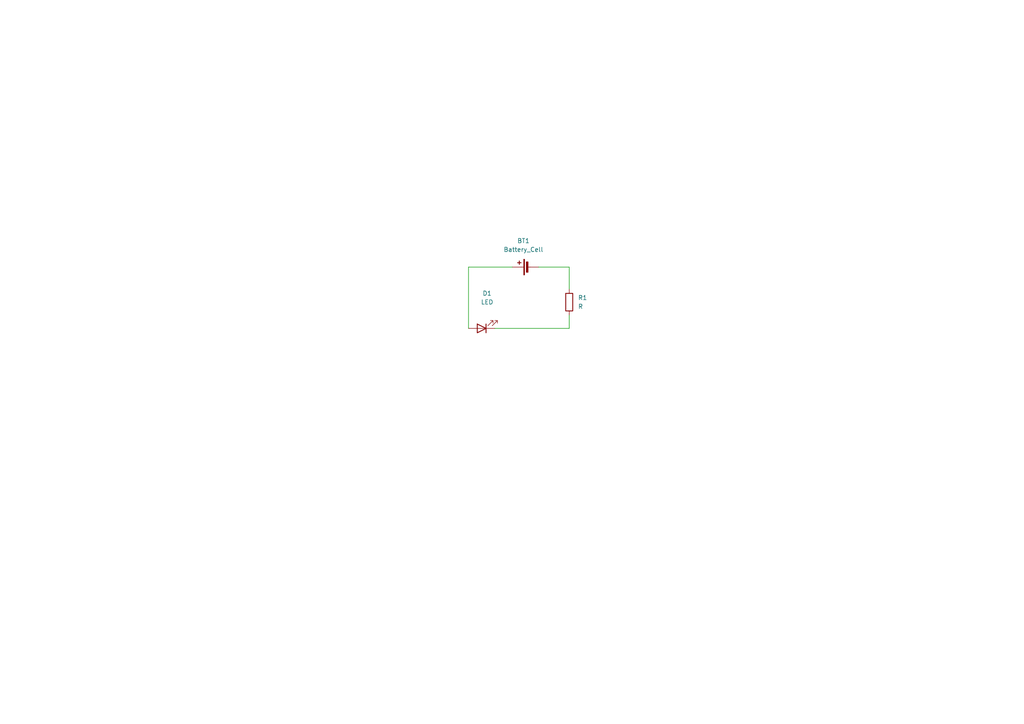
<source format=kicad_sch>
(kicad_sch (version 20231120) (generator "eeschema") (generator_version "8.0")
  (paper "A4")
  (title_block (title "LED Demo") (date "2024-10-28") (rev "1.0") (company "Formula Slug"))
  (lib_symbols
    (symbol "Device:Battery_Cell" (pin_numbers hide) (pin_names (offset 0) hide)
      (property "Reference" "BT" (at 2.54 2.54 0))
      (property "Value" "Battery_Cell" (at 2.54 0 0))
      (symbol "Battery_Cell_0_1"
        (rectangle (start -2.286 1.778) (end 2.286 1.524) (fill (type outline)))
        (rectangle (start -1.524 1.016) (end 1.524 0.508) (fill (type outline)))
        (polyline (pts (xy 0 0.762) (xy 0 0)))
        (polyline (pts (xy 0 1.778) (xy 0 2.54)))
        (polyline (pts (xy 0.762 3.048) (xy 1.778 3.048)) (stroke (width 0.254)))
        (polyline (pts (xy 1.27 3.556) (xy 1.27 2.54)) (stroke (width 0.254)))
      )
      (symbol "Battery_Cell_1_1"
        (pin passive line (at 0 5.08 270) (length 2.54) (name "+") (number "1"))
        (pin passive line (at 0 -2.54 90) (length 2.54) (name "-") (number "2"))
      )
    )
    (symbol "Device:LED" (pin_numbers hide) (pin_names (offset 1.016) hide)
      (property "Reference" "D" (at 0 2.54 0))
      (property "Value" "LED" (at 0 -2.54 0))
      (symbol "LED_0_1"
        (polyline (pts (xy -1.27 -1.27) (xy -1.27 1.27)) (stroke (width 0.254)))
        (polyline (pts (xy -1.27 0) (xy 1.27 0)))
        (polyline (pts (xy 1.27 -1.27) (xy 1.27 1.27) (xy -1.27 0) (xy 1.27 -1.27)) (stroke (width 0.254)))
        (polyline (pts (xy -3.048 -0.762) (xy -4.572 -2.286) (xy -3.81 -2.286) (xy -4.572 -2.286) (xy -4.572 -1.524)))
        (polyline (pts (xy -1.778 -0.762) (xy -3.302 -2.286) (xy -2.54 -2.286) (xy -3.302 -2.286) (xy -3.302 -1.524)))
      )
      (symbol "LED_1_1"
        (pin passive line (at -3.81 0 0) (length 2.54) (name "K") (number "1"))
        (pin passive line (at 3.81 0 180) (length 2.54) (name "A") (number "2"))
      )
    )
    (symbol "Device:R" (pin_numbers hide) (pin_names (offset 0))
      (property "Reference" "R" (at 2.032 0 90))
      (property "Value" "R" (at 0 0 90))
      (symbol "R_0_1"
        (rectangle (start -1.016 -2.54) (end 1.016 2.54) (stroke (width 0.254)))
      )
      (symbol "R_1_1"
        (pin passive line (at 0 3.81 270) (length 1.27) (name "~") (number "1"))
        (pin passive line (at 0 -3.81 90) (length 1.27) (name "~") (number "2"))
      )
    )
  )
  (wire (pts (xy 156.21 77.47) (xy 165.1 77.47)))
  (wire (pts (xy 135.89 77.47) (xy 135.89 95.25)))
  (wire (pts (xy 165.1 95.25) (xy 165.1 91.44)))
  (wire (pts (xy 143.51 95.25) (xy 165.1 95.25)))
  (wire (pts (xy 148.59 77.47) (xy 135.89 77.47)))
  (wire (pts (xy 165.1 83.82) (xy 165.1 77.47)))
  (symbol (lib_id "Device:R") (at 165.1 87.63 0) (unit 1)
    (property "Reference" "R1" (at 167.64 86.3599 0) (effects (justify left)))
    (property "Value" "R" (at 167.64 88.8999 0) (effects (justify left)))
    (property "Footprint" "Resistor_SMD:R_0805_2012Metric_Pad1.20x1.40mm_HandSolder" (effects (hide yes)))
    (property "Description" "Resistor" (effects (hide yes)))
  )
  (symbol (lib_id "Device:Battery_Cell") (at 153.67 77.47 90) (unit 1)
    (property "Reference" "BT1" (at 151.8285 69.85 90))
    (property "Value" "Battery_Cell" (at 151.8285 72.39 90))
    (property "Footprint" "FS_3_Global_Footprint_Library:MS621FE-FL11E_SEC" (effects (hide yes)))
    (property "Description" "Single-cell battery" (effects (hide yes)))
  )
  (symbol (lib_id "Device:LED") (at 139.7 95.25 180) (unit 1)
    (property "Reference" "D1" (at 141.2875 85.09 0))
    (property "Value" "LED" (at 141.2875 87.63 0))
    (property "Footprint" "LED_SMD:LED_0805_2012Metric_Pad1.15x1.40mm_HandSolder" (effects (hide yes)))
    (property "Description" "Light emitting diode" (effects (hide yes)))
  )
)
</source>
